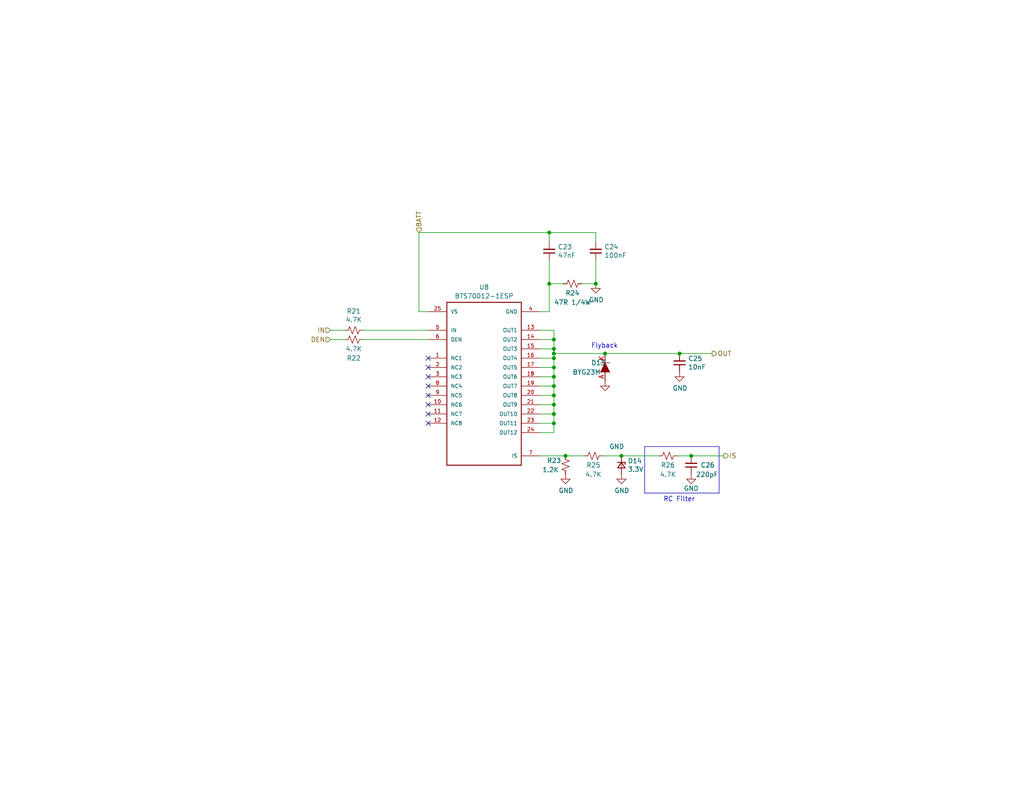
<source format=kicad_sch>
(kicad_sch (version 20231120) (generator "eeschema") (generator_version "8.0")
  (paper "USLetter")
  (title_block (title "dingoPDM-Max") (date "2024-09-06") (rev "v1.0") (comment 3 "github.com/corygrant") (comment 4 "Cory Grant"))
  (lib_symbols
    (symbol "Device:C_Small" (pin_numbers hide) (pin_names (offset 0.254) hide)
      (property "Reference" "C" (at 0.254 1.778 0))
      (property "Value" "C_Small" (at 0.254 -2.032 0))
      (symbol "C_Small_0_1"
        (polyline (pts (xy -1.524 -0.508) (xy 1.524 -0.508)) (stroke (width 0.3302)))
        (polyline (pts (xy -1.524 0.508) (xy 1.524 0.508)) (stroke (width 0.3048)))
      )
      (symbol "C_Small_1_1"
        (pin passive line (at 0 2.54 270) (length 2.032) (name "~") (number "1"))
        (pin passive line (at 0 -2.54 90) (length 2.032) (name "~") (number "2"))
      )
    )
    (symbol "Device:D_Zener_Small" (pin_numbers hide) (pin_names (offset 0.254) hide)
      (property "Reference" "D" (at 0 2.286 0))
      (property "Value" "D_Zener_Small" (at 0 -2.286 0))
      (symbol "D_Zener_Small_0_1"
        (polyline (pts (xy 0.762 0) (xy -0.762 0)))
        (polyline (pts (xy -0.254 1.016) (xy -0.762 1.016) (xy -0.762 -1.016)) (stroke (width 0.254)))
        (polyline (pts (xy 0.762 1.016) (xy -0.762 0) (xy 0.762 -1.016) (xy 0.762 1.016)) (stroke (width 0.254)))
      )
      (symbol "D_Zener_Small_1_1"
        (pin passive line (at -2.54 0 0) (length 1.778) (name "K") (number "1"))
        (pin passive line (at 2.54 0 180) (length 1.778) (name "A") (number "2"))
      )
    )
    (symbol "Device:R_Small_US" (pin_numbers hide) (pin_names (offset 0.254) hide)
      (property "Reference" "R" (at 0.762 0.508 0))
      (property "Value" "R_Small_US" (at 0.762 -1.016 0))
      (symbol "R_Small_US_1_1"
        (polyline (pts (xy 0 0) (xy 1.016 -0.381) (xy 0 -0.762) (xy -1.016 -1.143) (xy 0 -1.524)))
        (polyline (pts (xy 0 1.524) (xy 1.016 1.143) (xy 0 0.762) (xy -1.016 0.381) (xy 0 0)))
        (pin passive line (at 0 2.54 270) (length 1.016) (name "~") (number "1"))
        (pin passive line (at 0 -2.54 90) (length 1.016) (name "~") (number "2"))
      )
    )
    (symbol "Profet:BTS70015-1ESP" (pin_names (offset 1.016))
      (property "Reference" "U?" (at -10.16 21.59 0))
      (property "Value" "BTS70015-1ESP" (at -7.62 -25.4 0))
      (symbol "BTS70015-1ESP_0_0"
        (polyline (pts (xy -10.16 -22.86) (xy -10.16 21.59)) (stroke (width 0.254)))
        (polyline (pts (xy -10.16 -22.86) (xy 10.16 -22.86)) (stroke (width 0.254)))
        (polyline (pts (xy -10.16 21.59) (xy 10.16 21.59)) (stroke (width 0.254)))
        (polyline (pts (xy 10.16 21.59) (xy 10.16 -22.86)) (stroke (width 0.254)))
      )
      (symbol "BTS70015-1ESP_1_0"
        (pin passive line (at -15.24 6.35 0) (length 5.08) (name "NC1") (number "1"))
        (pin passive line (at -15.24 -6.35 0) (length 5.08) (name "NC6") (number "10"))
        (pin passive line (at -15.24 -8.89 0) (length 5.08) (name "NC7") (number "11"))
        (pin passive line (at -15.24 -11.43 0) (length 5.08) (name "NC8") (number "12"))
        (pin output line (at 15.24 13.97 180) (length 5.08) (name "OUT1") (number "13"))
        (pin output line (at 15.24 11.43 180) (length 5.08) (name "OUT2") (number "14"))
        (pin output line (at 15.24 8.89 180) (length 5.08) (name "OUT3") (number "15"))
        (pin output line (at 15.24 6.35 180) (length 5.08) (name "OUT4") (number "16"))
        (pin output line (at 15.24 3.81 180) (length 5.08) (name "OUT5") (number "17"))
        (pin output line (at 15.24 1.27 180) (length 5.08) (name "OUT6") (number "18"))
        (pin output line (at 15.24 -1.27 180) (length 5.08) (name "OUT7") (number "19"))
        (pin passive line (at -15.24 3.81 0) (length 5.08) (name "NC2") (number "2"))
        (pin output line (at 15.24 -3.81 180) (length 5.08) (name "OUT8") (number "20"))
        (pin output line (at 15.24 -6.35 180) (length 5.08) (name "OUT9") (number "21"))
        (pin output line (at 15.24 -8.89 180) (length 5.08) (name "OUT10") (number "22"))
        (pin output line (at 15.24 -11.43 180) (length 5.08) (name "OUT11") (number "23"))
        (pin output line (at 15.24 -13.97 180) (length 5.08) (name "OUT12") (number "24"))
        (pin power_in line (at -15.24 19.05 0) (length 5.08) (name "VS") (number "25"))
        (pin passive line (at -15.24 1.27 0) (length 5.08) (name "NC3") (number "3"))
        (pin power_in line (at 15.24 19.05 180) (length 5.08) (name "GND") (number "4"))
        (pin input line (at -15.24 13.97 0) (length 5.08) (name "IN") (number "5"))
        (pin input line (at -15.24 11.43 0) (length 5.08) (name "DEN") (number "6"))
        (pin output line (at 15.24 -20.32 180) (length 5.08) (name "IS") (number "7"))
        (pin passive line (at -15.24 -1.27 0) (length 5.08) (name "NC4") (number "8"))
        (pin passive line (at -15.24 -3.81 0) (length 5.08) (name "NC5") (number "9"))
      )
    )
    (symbol "dk_Diodes-Rectifiers-Single:SS14" (pin_names (offset 1.016))
      (property "Reference" "D" (at 1.27 2.54 0))
      (property "Value" "SS14" (at 1.27 -2.54 0))
      (symbol "SS14_0_1"
        (polyline (pts (xy 0 0) (xy 2.54 0)))
        (polyline (pts (xy 0 1.27) (xy 0 -1.27)))
        (polyline (pts (xy 2.54 1.27) (xy 2.54 -1.27) (xy 0 0) (xy 2.54 1.27)) (fill (type outline)))
      )
      (symbol "SS14_1_1"
        (pin passive line (at 5.08 0 180) (length 2.54) (name "~") (number "A"))
        (pin passive line (at -2.54 0 0) (length 2.54) (name "~") (number "K"))
      )
    )
    (symbol "power:GND" (power) (pin_names (offset 0))
      (property "Value" "GND" (at 0 -3.81 0))
      (symbol "GND_0_1"
        (polyline (pts (xy 0 0) (xy 0 -1.27) (xy 1.27 -1.27) (xy 0 -2.54) (xy -1.27 -1.27) (xy 0 -1.27)))
      )
      (symbol "GND_1_1"
        (pin power_in line (at 0 0 270) (length 0) hide (name "GND") (number "1"))
      )
    )
  )
  (junction (at 185.42 96.52))
  (junction (at 151.13 110.49))
  (junction (at 151.13 92.71))
  (junction (at 165.1 96.52))
  (junction (at 188.595 124.46))
  (junction (at 154.305 124.46))
  (junction (at 151.13 96.52))
  (junction (at 151.13 107.95))
  (junction (at 151.13 95.25))
  (junction (at 151.13 97.79))
  (junction (at 169.545 124.46))
  (junction (at 149.86 63.5))
  (junction (at 149.86 77.47))
  (junction (at 162.56 77.47))
  (junction (at 151.13 115.57))
  (junction (at 151.13 102.87))
  (junction (at 151.13 100.33))
  (junction (at 151.13 113.03))
  (junction (at 151.13 105.41))
  (no_connect (at 116.84 115.57))
  (no_connect (at 116.84 110.49))
  (no_connect (at 116.84 113.03))
  (no_connect (at 116.84 97.79))
  (no_connect (at 116.84 105.41))
  (no_connect (at 116.84 107.95))
  (no_connect (at 116.84 100.33))
  (no_connect (at 116.84 102.87))
  (wire (pts (xy 165.1 96.52) (xy 185.42 96.52)))
  (wire (pts (xy 185.42 96.52) (xy 194.31 96.52)))
  (wire (pts (xy 147.32 113.03) (xy 151.13 113.03)))
  (wire (pts (xy 147.32 92.71) (xy 151.13 92.71)))
  (wire (pts (xy 147.32 100.33) (xy 151.13 100.33)))
  (wire (pts (xy 149.86 77.47) (xy 153.67 77.47)))
  (wire (pts (xy 149.86 85.09) (xy 149.86 77.47)))
  (wire (pts (xy 90.17 92.71) (xy 93.98 92.71)))
  (wire (pts (xy 151.13 92.71) (xy 151.13 95.25)))
  (wire (pts (xy 149.86 66.04) (xy 149.86 63.5)))
  (wire (pts (xy 151.13 96.52) (xy 151.13 97.79)))
  (wire (pts (xy 151.13 115.57) (xy 151.13 118.11)))
  (wire (pts (xy 147.32 90.17) (xy 151.13 90.17)))
  (wire (pts (xy 114.3 63.5) (xy 114.3 85.09)))
  (wire (pts (xy 147.32 110.49) (xy 151.13 110.49)))
  (wire (pts (xy 147.32 107.95) (xy 151.13 107.95)))
  (wire (pts (xy 169.545 124.46) (xy 179.705 124.46)))
  (wire (pts (xy 151.13 102.87) (xy 151.13 105.41)))
  (polyline (pts (xy 175.895 134.62) (xy 175.895 121.92)))
  (wire (pts (xy 188.595 124.46) (xy 197.485 124.46)))
  (wire (pts (xy 116.84 90.17) (xy 99.06 90.17)))
  (wire (pts (xy 151.13 113.03) (xy 151.13 115.57)))
  (wire (pts (xy 116.84 92.71) (xy 99.06 92.71)))
  (wire (pts (xy 151.13 110.49) (xy 151.13 113.03)))
  (wire (pts (xy 147.32 95.25) (xy 151.13 95.25)))
  (polyline (pts (xy 175.895 121.92) (xy 196.215 121.92)))
  (wire (pts (xy 158.75 77.47) (xy 162.56 77.47)))
  (wire (pts (xy 147.32 85.09) (xy 149.86 85.09)))
  (wire (pts (xy 151.13 96.52) (xy 165.1 96.52)))
  (wire (pts (xy 151.13 105.41) (xy 151.13 107.95)))
  (wire (pts (xy 90.17 90.17) (xy 93.98 90.17)))
  (wire (pts (xy 114.3 85.09) (xy 116.84 85.09)))
  (wire (pts (xy 147.32 115.57) (xy 151.13 115.57)))
  (polyline (pts (xy 196.215 121.92) (xy 196.215 134.62)))
  (wire (pts (xy 149.86 63.5) (xy 114.3 63.5)))
  (wire (pts (xy 151.13 90.17) (xy 151.13 92.71)))
  (wire (pts (xy 147.32 97.79) (xy 151.13 97.79)))
  (wire (pts (xy 151.13 97.79) (xy 151.13 100.33)))
  (wire (pts (xy 149.86 71.12) (xy 149.86 77.47)))
  (wire (pts (xy 151.13 118.11) (xy 147.32 118.11)))
  (wire (pts (xy 164.465 124.46) (xy 169.545 124.46)))
  (wire (pts (xy 147.32 124.46) (xy 154.305 124.46)))
  (wire (pts (xy 151.13 107.95) (xy 151.13 110.49)))
  (wire (pts (xy 162.56 63.5) (xy 162.56 66.04)))
  (wire (pts (xy 184.785 124.46) (xy 188.595 124.46)))
  (wire (pts (xy 149.86 63.5) (xy 162.56 63.5)))
  (wire (pts (xy 151.13 102.87) (xy 147.32 102.87)))
  (wire (pts (xy 154.305 124.46) (xy 159.385 124.46)))
  (wire (pts (xy 151.13 95.25) (xy 151.13 96.52)))
  (wire (pts (xy 147.32 105.41) (xy 151.13 105.41)))
  (polyline (pts (xy 196.215 134.62) (xy 175.895 134.62)))
  (wire (pts (xy 162.56 77.47) (xy 162.56 71.12)))
  (wire (pts (xy 151.13 100.33) (xy 151.13 102.87)))
  (text "RC Filter" (at 180.975 137.16 0) (effects (font (size 1.27 1.27)) (justify left bottom)))
  (text "Flyback" (at 161.29 95.25 0) (effects (font (size 1.27 1.27)) (justify left bottom)))
  (hierarchical_label "OUT" (shape output) (at 194.31 96.52 0))
  (hierarchical_label "IN" (shape input) (at 90.17 90.17 180))
  (hierarchical_label "BATT" (shape input) (at 114.3 63.5 90))
  (hierarchical_label "IS" (shape output) (at 197.485 124.46 0))
  (hierarchical_label "DEN" (shape input) (at 90.17 92.71 180))
  (symbol (lib_id "Device:R_Small_US") (at 96.52 90.17 270) (unit 1)
    (property "Reference" "R21" (at 96.52 84.963 90))
    (property "Value" "4.7K" (at 96.52 87.2744 90))
    (property "Footprint" "Resistor_SMD:R_0805_2012Metric" (effects (hide yes)))
    (property "Digi-Key_PN" "311-4.70KCRCT-ND" (effects (hide yes)))
    (property "LCSC" "C17673" (effects (hide yes)))
    (instances (project "dingoPDM-Max" (path "" (reference "R21") (unit 1)) (path "" (reference "R27") (unit 1)) (path "" (reference "R39") (unit 1)) (path "" (reference "R33") (unit 1))))
  )
  (symbol (lib_id "Device:R_Small_US") (at 96.52 92.71 270) (unit 1)
    (property "Reference" "R22" (at 96.52 97.79 90))
    (property "Value" "4.7K" (at 96.52 95.25 90))
    (property "Footprint" "Resistor_SMD:R_0805_2012Metric" (effects (hide yes)))
    (property "Digi-Key_PN" "311-4.70KCRCT-ND" (effects (hide yes)))
    (property "LCSC" "C17673" (effects (hide yes)))
    (instances (project "dingoPDM-Max" (path "" (reference "R22") (unit 1)) (path "" (reference "R28") (unit 1)) (path "" (reference "R40") (unit 1)) (path "" (reference "R34") (unit 1))))
  )
  (symbol (lib_id "Device:C_Small") (at 162.56 68.58 180) (unit 1)
    (property "Reference" "C24" (at 164.8968 67.4116 0) (effects (justify right)))
    (property "Value" "100nF" (at 164.8968 69.723 0) (effects (justify right)))
    (property "Footprint" "Capacitor_SMD:C_0805_2012Metric" (effects (hide yes)))
    (property "Digi-Key_PN" "478-1395-1-ND" (effects (hide yes)))
    (property "LCSC" "C49678" (effects (hide yes)))
    (instances (project "dingoPDM-Max" (path "" (reference "C24") (unit 1)) (path "" (reference "C28") (unit 1)) (path "" (reference "C36") (unit 1)) (path "" (reference "C32") (unit 1))))
  )
  (symbol (lib_id "Device:C_Small") (at 149.86 68.58 180) (unit 1)
    (property "Reference" "C23" (at 152.1968 67.4116 0) (effects (justify right)))
    (property "Value" "47nF" (at 152.1968 69.723 0) (effects (justify right)))
    (property "Footprint" "Capacitor_SMD:C_0805_2012Metric" (effects (hide yes)))
    (property "Digi-Key_PN" "399-1166-1-ND" (effects (hide yes)))
    (property "LCSC" "C520039" (effects (hide yes)))
    (instances (project "dingoPDM-Max" (path "" (reference "C23") (unit 1)) (path "" (reference "C27") (unit 1)) (path "" (reference "C35") (unit 1)) (path "" (reference "C31") (unit 1))))
  )
  (symbol (lib_id "Device:R_Small_US") (at 156.21 77.47 270) (unit 1)
    (property "Reference" "R24" (at 156.21 80.01 90))
    (property "Value" "47R 1/4W" (at 156.21 82.55 90))
    (property "Footprint" "Resistor_SMD:R_1206_3216Metric" (effects (hide yes)))
    (property "Digi-Key_PN" "311-47.0FRCT-ND" (effects (hide yes)))
    (property "LCSC" "C2907508" (effects (hide yes)))
    (instances (project "dingoPDM-Max" (path "" (reference "R24") (unit 1)) (path "" (reference "R30") (unit 1)) (path "" (reference "R42") (unit 1)) (path "" (reference "R36") (unit 1))))
  )
  (symbol (lib_id "power:GND") (at 162.56 77.47 0) (unit 1)
    (property "Reference" "#PWR067" (effects (hide yes)))
    (property "Value" "GND" (at 162.687 81.8642 0))
    (instances (project "dingoPDM-Max" (path "" (reference "#PWR067") (unit 1)) (path "" (reference "#PWR073") (unit 1)) (path "" (reference "#PWR085") (unit 1)) (path "" (reference "#PWR079") (unit 1))))
  )
  (symbol (lib_id "Device:C_Small") (at 185.42 99.06 180) (unit 1)
    (property "Reference" "C25" (at 187.7568 97.8916 0) (effects (justify right)))
    (property "Value" "10nF" (at 187.7568 100.203 0) (effects (justify right)))
    (property "Footprint" "Capacitor_SMD:C_0805_2012Metric" (effects (hide yes)))
    (property "Digi-Key_PN" "311-1136-1-ND" (effects (hide yes)))
    (property "LCSC" "C1710" (effects (hide yes)))
    (instances (project "dingoPDM-Max" (path "" (reference "C25") (unit 1)) (path "" (reference "C29") (unit 1)) (path "" (reference "C37") (unit 1)) (path "" (reference "C33") (unit 1))))
  )
  (symbol (lib_id "power:GND") (at 185.42 101.6 0) (unit 1)
    (property "Reference" "#PWR070" (effects (hide yes)))
    (property "Value" "GND" (at 185.547 105.9942 0))
    (instances (project "dingoPDM-Max" (path "" (reference "#PWR070") (unit 1)) (path "" (reference "#PWR076") (unit 1)) (path "" (reference "#PWR088") (unit 1)) (path "" (reference "#PWR082") (unit 1))))
  )
  (symbol (lib_id "Device:R_Small_US") (at 182.245 124.46 270) (unit 1)
    (property "Reference" "R26" (at 182.245 127 90))
    (property "Value" "4.7K" (at 182.245 129.54 90))
    (property "Footprint" "Resistor_SMD:R_0805_2012Metric" (effects (hide yes)))
    (property "Digi-Key_PN" "311-4.70KCRCT-ND" (effects (hide yes)))
    (property "LCSC" "C17673" (effects (hide yes)))
    (instances (project "dingoPDM-Max" (path "" (reference "R26") (unit 1)) (path "" (reference "R32") (unit 1)) (path "" (reference "R44") (unit 1)) (path "" (reference "R38") (unit 1))))
  )
  (symbol (lib_id "Device:C_Small") (at 188.595 127 180) (unit 1)
    (property "Reference" "C26" (at 191.135 127 0) (effects (justify right)))
    (property "Value" "220pF" (at 189.865 129.54 0) (effects (justify right)))
    (property "Footprint" "Capacitor_SMD:C_0805_2012Metric" (effects (hide yes)))
    (property "Digi-Key_PN" "399-1138-1-ND" (effects (hide yes)))
    (property "LCSC" "C576920" (effects (hide yes)))
    (instances (project "dingoPDM-Max" (path "" (reference "C26") (unit 1)) (path "" (reference "C30") (unit 1)) (path "" (reference "C38") (unit 1)) (path "" (reference "C34") (unit 1))))
  )
  (symbol (lib_id "Device:R_Small_US") (at 154.305 127 0) (unit 1)
    (property "Reference" "R23" (at 149.225 125.73 0) (effects (justify left)))
    (property "Value" "1.2K" (at 147.955 128.27 0) (effects (justify left)))
    (property "Footprint" "Resistor_SMD:R_0805_2012Metric" (effects (hide yes)))
    (property "Digi-Key_PN" "311-1.20KCRCT-ND" (effects (hide yes)))
    (property "LCSC" "C2933520" (effects (hide yes)))
    (instances (project "dingoPDM-Max" (path "" (reference "R23") (unit 1)) (path "" (reference "R29") (unit 1)) (path "" (reference "R41") (unit 1)) (path "" (reference "R35") (unit 1))))
  )
  (symbol (lib_id "Device:R_Small_US") (at 161.925 124.46 270) (unit 1)
    (property "Reference" "R25" (at 161.925 127 90))
    (property "Value" "4.7K" (at 161.925 129.54 90))
    (property "Footprint" "Resistor_SMD:R_0805_2012Metric" (effects (hide yes)))
    (property "Digi-Key_PN" "311-4.70KCRCT-ND" (effects (hide yes)))
    (property "LCSC" "C17673" (effects (hide yes)))
    (instances (project "dingoPDM-Max" (path "" (reference "R25") (unit 1)) (path "" (reference "R31") (unit 1)) (path "" (reference "R43") (unit 1)) (path "" (reference "R37") (unit 1))))
  )
  (symbol (lib_id "Device:D_Zener_Small") (at 169.545 127 270) (unit 1)
    (property "Reference" "D14" (at 171.2722 125.8316 90) (effects (justify left)))
    (property "Value" "3.3V" (at 171.2722 128.143 90) (effects (justify left)))
    (property "Footprint" "Diode_SMD:D_SOD-323_HandSoldering" (effects (hide yes)))
    (property "Digi-Key_PN" "1727-5150-1-ND" (effects (hide yes)))
    (property "LCSC" "C426855" (effects (hide yes)))
    (instances (project "dingoPDM-Max" (path "" (reference "D14") (unit 1)) (path "" (reference "D16") (unit 1)) (path "" (reference "D20") (unit 1)) (path "" (reference "D18") (unit 1))))
  )
  (symbol (lib_id "power:GND") (at 154.305 129.54 0) (unit 1)
    (property "Reference" "#PWR066" (effects (hide yes)))
    (property "Value" "GND" (at 154.432 133.9342 0))
    (instances (project "dingoPDM-Max" (path "" (reference "#PWR066") (unit 1)) (path "" (reference "#PWR072") (unit 1)) (path "" (reference "#PWR084") (unit 1)) (path "" (reference "#PWR078") (unit 1))))
  )
  (symbol (lib_id "power:GND") (at 169.545 129.54 0) (unit 1)
    (property "Reference" "#PWR069" (effects (hide yes)))
    (property "Value" "GND" (at 169.672 133.9342 0))
    (instances (project "dingoPDM-Max" (path "" (reference "#PWR069") (unit 1)) (path "" (reference "#PWR075") (unit 1)) (path "" (reference "#PWR087") (unit 1)) (path "" (reference "#PWR081") (unit 1))))
  )
  (symbol (lib_id "power:GND") (at 188.595 129.54 0) (unit 1)
    (property "Reference" "#PWR071" (effects (hide yes)))
    (property "Value" "GND" (at 188.595 133.35 0))
    (instances (project "dingoPDM-Max" (path "" (reference "#PWR071") (unit 1)) (path "" (reference "#PWR077") (unit 1)) (path "" (reference "#PWR089") (unit 1)) (path "" (reference "#PWR083") (unit 1))))
  )
  (symbol (lib_id "power:GND") (at 165.1 104.14 0) (unit 1)
    (property "Reference" "#PWR068" (effects (hide yes)))
    (property "Value" "GND" (at 168.275 121.92 0))
    (instances (project "dingoPDM-Max" (path "" (reference "#PWR068") (unit 1)) (path "" (reference "#PWR074") (unit 1)) (path "" (reference "#PWR086") (unit 1)) (path "" (reference "#PWR080") (unit 1))))
  )
  (symbol (lib_id "dk_Diodes-Rectifiers-Single:SS14") (at 165.1 99.06 270) (unit 1)
    (property "Reference" "D13" (at 161.29 99.06 90) (effects (justify left)))
    (property "Value" "BYG23M" (at 156.21 101.6 90) (effects (justify left)))
    (property "Footprint" "digikey-footprints:DO-214AC" (effects (hide yes)))
    (property "Digi-Key_PN" "BYG23M-E3/TR3GICT-ND" (effects (hide yes)))
    (property "LCSC" "C141573" (effects (hide yes)))
    (instances (project "dingoPDM-Max" (path "" (reference "D13") (unit 1)) (path "" (reference "D15") (unit 1)) (path "" (reference "D19") (unit 1)) (path "" (reference "D17") (unit 1))))
  )
  (symbol (lib_id "Profet:BTS70015-1ESP") (at 132.08 104.14 0) (unit 1)
    (property "Reference" "U8" (at 132.08 78.4057 0))
    (property "Value" "BTS70012-1ESP" (at 132.08 80.8299 0))
    (property "Footprint" "Profet:TSDSO-24" (effects (hide yes)))
    (property "Digi-Key_PN" "448-BTS700121ESPXUMA2CT-ND" (effects (hide yes)))
    (instances (project "dingoPDM-Max" (path "" (reference "U8") (unit 1)) (path "" (reference "U9") (unit 1)) (path "" (reference "U11") (unit 1)) (path "" (reference "U10") (unit 1))))
  )
)
</source>
